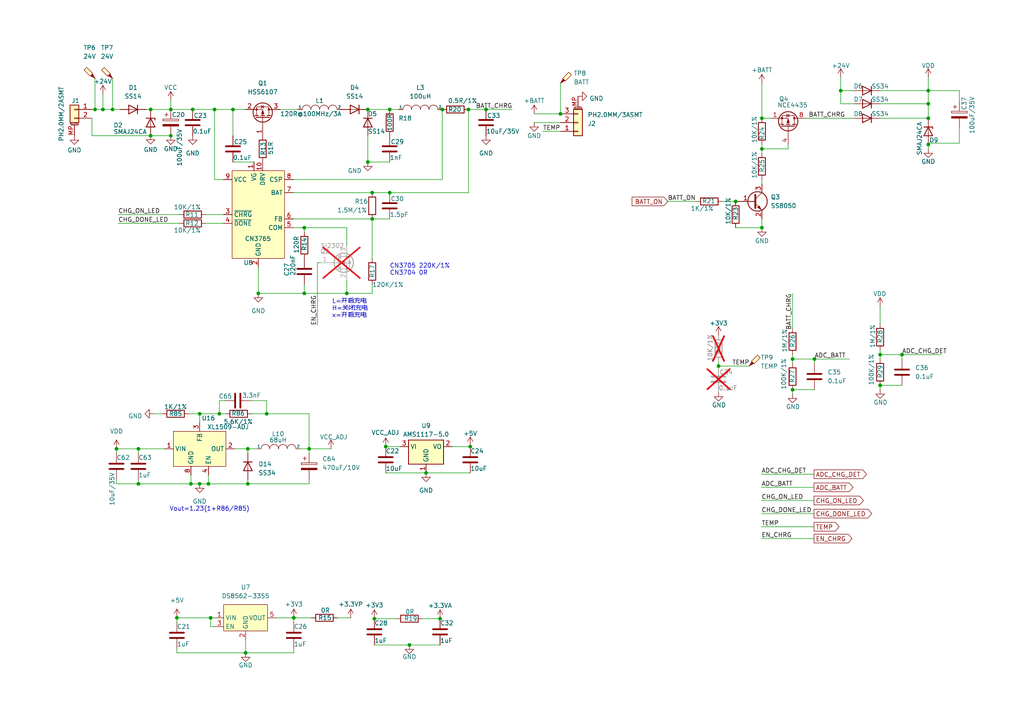
<source format=kicad_sch>
(kicad_sch (version 20231120) (generator "eeschema") (generator_version "8.0")
  (paper "A4")
  (title_block (company "Ovobot"))
  (lib_symbols
    (symbol "Connector:TestPoint_Probe" (pin_numbers hide) (pin_names (offset 0.762) hide)
      (property "Reference" "TP" (at 1.651 5.842 0))
      (property "Value" "TestPoint_Probe" (at 1.651 4.064 0))
      (symbol "TestPoint_Probe_1_1"
        (pin passive line (at 0 0 90) (length 0) (name "1") (number "1"))
      )
    )
    (symbol "Connector_Generic_MountingPin:Conn_01x02_MountingPin" (pin_names (offset 1.016) hide)
      (property "Reference" "J" (at 0 2.54 0))
      (property "Value" "Conn_01x02_MountingPin" (at 1.27 -5.08 0))
      (symbol "Conn_01x02_MountingPin_1_1"
        (text "Mounting" (at 0 -4.191 0) (effects (font (size 0.381 0.381))))
        (pin passive line (at -5.08 0 0) (length 3.81) (name "Pin_1") (number "1"))
        (pin passive line (at -5.08 -2.54 0) (length 3.81) (name "Pin_2") (number "2"))
        (pin passive line (at 0 -7.62 90) (length 3.048) (name "MountPin") (number "MP"))
      )
    )
    (symbol "Connector_Generic_MountingPin:Conn_01x03_MountingPin" (pin_names (offset 1.016) hide)
      (property "Reference" "J" (at 0 5.08 0))
      (property "Value" "Conn_01x03_MountingPin" (at 1.27 -5.08 0))
      (symbol "Conn_01x03_MountingPin_1_1"
        (text "Mounting" (at 0 -4.191 0) (effects (font (size 0.381 0.381))))
        (pin passive line (at -5.08 2.54 0) (length 3.81) (name "Pin_1") (number "1"))
        (pin passive line (at -5.08 0 0) (length 3.81) (name "Pin_2") (number "2"))
        (pin passive line (at -5.08 -2.54 0) (length 3.81) (name "Pin_3") (number "3"))
        (pin passive line (at 0 -7.62 90) (length 3.048) (name "MountPin") (number "MP"))
      )
    )
    (symbol "Device:C" (pin_numbers hide) (pin_names (offset 0.254))
      (property "Reference" "C" (at 0.635 2.54 0))
      (property "Value" "C" (at 0.635 -2.54 0))
      (symbol "C_1_1"
        (pin passive line (at 0 3.81 270) (length 2.794) (name "~") (number "1"))
        (pin passive line (at 0 -3.81 90) (length 2.794) (name "~") (number "2"))
      )
    )
    (symbol "Device:C_Polarized" (pin_numbers hide) (pin_names (offset 0.254))
      (property "Reference" "C" (at 0.635 2.54 0))
      (property "Value" "C_Polarized" (at 0.635 -2.54 0))
      (symbol "C_Polarized_1_1"
        (pin passive line (at 0 3.81 270) (length 2.794) (name "~") (number "1"))
        (pin passive line (at 0 -3.81 90) (length 2.794) (name "~") (number "2"))
      )
    )
    (symbol "Device:D" (pin_numbers hide) (pin_names (offset 1.016) hide)
      (property "Reference" "D" (at 0 2.54 0))
      (property "Value" "D" (at 0 -2.54 0))
      (symbol "D_1_1"
        (pin passive line (at -3.81 0 0) (length 2.54) (name "K") (number "1"))
        (pin passive line (at 3.81 0 180) (length 2.54) (name "A") (number "2"))
      )
    )
    (symbol "Device:D_Zener" (pin_numbers hide) (pin_names (offset 1.016) hide)
      (property "Reference" "D" (at 0 2.54 0))
      (property "Value" "D_Zener" (at 0 -2.54 0))
      (symbol "D_Zener_1_1"
        (pin passive line (at -3.81 0 0) (length 2.54) (name "K") (number "1"))
        (pin passive line (at 3.81 0 180) (length 2.54) (name "A") (number "2"))
      )
    )
    (symbol "Device:Q_NMOS_GSD" (pin_names (offset 0) hide)
      (property "Reference" "Q" (at 5.08 1.27 0))
      (property "Value" "Q_NMOS_GSD" (at 5.08 -1.27 0))
      (symbol "Q_NMOS_GSD_1_1"
        (pin input line (at -5.08 0 0) (length 2.54) (name "G") (number "1"))
        (pin passive line (at 2.54 -5.08 90) (length 2.54) (name "S") (number "2"))
        (pin passive line (at 2.54 5.08 270) (length 2.54) (name "D") (number "3"))
      )
    )
    (symbol "Device:Q_NPN_BEC" (pin_names (offset 0) hide)
      (property "Reference" "Q" (at 5.08 1.27 0))
      (property "Value" "Q_NPN_BEC" (at 5.08 -1.27 0))
      (symbol "Q_NPN_BEC_1_1"
        (pin input line (at -5.08 0 0) (length 5.715) (name "B") (number "1"))
        (pin passive line (at 2.54 -5.08 90) (length 2.54) (name "E") (number "2"))
        (pin passive line (at 2.54 5.08 270) (length 2.54) (name "C") (number "3"))
      )
    )
    (symbol "Device:Q_PMOS_GSD" (pin_names (offset 0) hide)
      (property "Reference" "Q" (at 5.08 1.27 0))
      (property "Value" "Q_PMOS_GSD" (at 5.08 -1.27 0))
      (symbol "Q_PMOS_GSD_1_1"
        (pin input line (at -5.08 0 0) (length 2.54) (name "G") (number "1"))
        (pin passive line (at 2.54 -5.08 90) (length 2.54) (name "S") (number "2"))
        (pin passive line (at 2.54 5.08 270) (length 2.54) (name "D") (number "3"))
      )
    )
    (symbol "Device:R" (pin_numbers hide) (pin_names (offset 0))
      (property "Reference" "R" (at 2.032 0 90))
      (property "Value" "R" (at 0 0 90))
      (symbol "R_1_1"
        (pin passive line (at 0 3.81 270) (length 1.27) (name "~") (number "1"))
        (pin passive line (at 0 -3.81 90) (length 1.27) (name "~") (number "2"))
      )
    )
    (symbol "Ovo_Power_Management:CN3765"
      (property "Reference" "U" (at 6.35 13.97 0))
      (property "Value" "CN3765" (at -7.62 -13.97 0))
      (symbol "CN3765_1_1"
        (pin power_out line (at -1.27 15.24 270) (length 2.54) (name "VG") (number "1"))
        (pin output line (at 1.27 15.24 270) (length 2.54) (name "DRV") (number "10"))
        (pin power_in line (at 0 -15.24 90) (length 2.54) (name "GND") (number "2"))
        (pin output line (at -10.16 0 0) (length 2.54) (name "~{CHRG}") (number "3"))
        (pin output line (at -10.16 -2.54 0) (length 2.54) (name "~{DONE}") (number "4"))
        (pin passive line (at 10.16 -3.81 180) (length 2.54) (name "COM") (number "5"))
        (pin passive line (at 10.16 -1.27 180) (length 2.54) (name "FB") (number "6"))
        (pin input line (at 10.16 6.35 180) (length 2.54) (name "BAT") (number "7"))
        (pin input line (at 10.16 10.16 180) (length 2.54) (name "CSP") (number "8"))
        (pin power_in line (at -10.16 10.16 0) (length 2.54) (name "VCC") (number "9"))
      )
    )
    (symbol "Ovo_Power_Management:RT9013-xx"
      (property "Reference" "U" (at 0 8.89 0))
      (property "Value" "RT9013-xx" (at 1.27 -10.16 0))
      (symbol "RT9013-xx_1_1"
        (pin power_in line (at -8.89 0 0) (length 2.54) (name "VIN") (number "1"))
        (pin power_in line (at 0 -6.35 90) (length 2.54) (name "GND") (number "2"))
        (pin input line (at -8.89 -2.54 0) (length 2.54) (name "EN") (number "3"))
        (pin passive line (at 8.89 -2.54 180) (length 2.54) hide (name "NC") (number "4"))
        (pin power_out line (at 8.89 0 180) (length 2.54) (name "VOUT") (number "5"))
      )
    )
    (symbol "Ovo_Power_Management:XL1509-xxE1"
      (property "Reference" "U" (at -5.08 6.35 0))
      (property "Value" "XL1509-xxE1" (at 7.62 6.35 0))
      (symbol "XL1509-xxE1_1_1"
        (pin power_in line (at -10.16 0 0) (length 2.54) (name "VIN") (number "1"))
        (pin power_out line (at 10.16 0 180) (length 2.54) (name "OUT") (number "2"))
        (pin input line (at 0 7.62 270) (length 2.54) (name "FB") (number "3"))
        (pin input line (at 2.54 -7.62 90) (length 2.54) (name "EN") (number "4"))
        (pin power_in line (at -2.54 -7.62 90) (length 2.54) hide (name "GND") (number "5"))
        (pin power_in line (at -2.54 -7.62 90) (length 2.54) hide (name "GND") (number "6"))
        (pin power_in line (at -2.54 -7.62 90) (length 2.54) hide (name "GND") (number "7"))
        (pin power_in line (at -2.54 -7.62 90) (length 2.54) (name "GND") (number "8"))
      )
    )
    (symbol "Regulator_Linear:AMS1117-5.0"
      (property "Reference" "U" (at -3.81 3.175 0))
      (property "Value" "AMS1117-5.0" (at 0 3.175 0))
      (symbol "AMS1117-5.0_1_1"
        (pin power_in line (at 0 -7.62 90) (length 2.54) (name "GND") (number "1"))
        (pin power_out line (at 7.62 0 180) (length 2.54) (name "VO") (number "2"))
        (pin power_in line (at -7.62 0 0) (length 2.54) (name "VI") (number "3"))
      )
    )
    (symbol "Transistor_FET:FDS9435A" (pin_names hide)
      (property "Reference" "Q" (at 5.08 1.905 0))
      (property "Value" "FDS9435A" (at 5.08 0 0))
      (symbol "FDS9435A_1_1"
        (pin passive line (at 2.54 -5.08 90) (length 2.54) (name "S") (number "1"))
        (pin passive line (at 2.54 -5.08 90) (length 2.54) hide (name "S") (number "2"))
        (pin passive line (at 2.54 -5.08 90) (length 2.54) hide (name "S") (number "3"))
        (pin passive line (at -5.08 0 0) (length 2.54) (name "G") (number "4"))
        (pin passive line (at 2.54 5.08 270) (length 2.54) hide (name "D") (number "5"))
        (pin passive line (at 2.54 5.08 270) (length 2.54) hide (name "D") (number "6"))
        (pin passive line (at 2.54 5.08 270) (length 2.54) hide (name "D") (number "7"))
        (pin passive line (at 2.54 5.08 270) (length 2.54) (name "D") (number "8"))
      )
    )
    (symbol "power:+24V" (power) (pin_names (offset 0))
      (property "Value" "+24V" (at 0 3.556 0))
      (symbol "+24V_1_1"
        (pin power_in line (at 0 0 90) (length 0) hide (name "+24V") (number "1"))
      )
    )
    (symbol "power:+3.3VA" (power) (pin_names (offset 0))
      (property "Value" "+3.3VA" (at 0 3.556 0))
      (symbol "+3.3VA_1_1"
        (pin power_in line (at 0 0 90) (length 0) hide (name "+3.3VA") (number "1"))
      )
    )
    (symbol "power:+3.3VP" (power) (pin_names (offset 0))
      (property "Value" "+3.3VP" (at 0 2.54 0))
      (symbol "+3.3VP_0_0"
        (pin power_in line (at 0 0 90) (length 0) hide (name "+3.3VP") (number "1"))
      )
    )
    (symbol "power:+3V3" (power) (pin_names (offset 0))
      (property "Value" "+3V3" (at 0 3.556 0))
      (symbol "+3V3_1_1"
        (pin power_in line (at 0 0 90) (length 0) hide (name "+3V3") (number "1"))
      )
    )
    (symbol "power:+5V" (power) (pin_names (offset 0))
      (property "Value" "+5V" (at 0 3.556 0))
      (symbol "+5V_1_1"
        (pin power_in line (at 0 0 90) (length 0) hide (name "+5V") (number "1"))
      )
    )
    (symbol "power:+6V" (power) (pin_names (offset 0))
      (property "Value" "+6V" (at 0 3.556 0))
      (symbol "+6V_1_1"
        (pin power_in line (at 0 0 90) (length 0) hide (name "+6V") (number "1"))
      )
    )
    (symbol "power:+BATT" (power) (pin_names (offset 0))
      (property "Value" "+BATT" (at 0 3.556 0))
      (symbol "+BATT_1_1"
        (pin power_in line (at 0 0 90) (length 0) hide (name "+BATT") (number "1"))
      )
    )
    (symbol "power:GND" (power) (pin_names (offset 0))
      (property "Value" "GND" (at 0 -3.81 0))
      (symbol "GND_1_1"
        (pin power_in line (at 0 0 270) (length 0) hide (name "GND") (number "1"))
      )
    )
    (symbol "power:VCC" (power) (pin_names (offset 0))
      (property "Value" "VCC" (at 0 3.81 0))
      (symbol "VCC_1_1"
        (pin power_in line (at 0 0 90) (length 0) hide (name "VCC") (number "1"))
      )
    )
    (symbol "power:VDD" (power) (pin_names (offset 0))
      (property "Value" "VDD" (at 0 3.81 0))
      (symbol "VDD_1_1"
        (pin power_in line (at 0 0 90) (length 0) hide (name "VDD") (number "1"))
      )
    )
    (symbol "pspice:INDUCTOR" (pin_numbers hide) (pin_names (offset 0))
      (property "Reference" "L" (at 0 2.54 0))
      (property "Value" "INDUCTOR" (at 0 -1.27 0))
      (symbol "INDUCTOR_1_1"
        (pin input line (at -6.35 0 0) (length 1.27) (name "1") (number "1"))
        (pin input line (at 6.35 0 180) (length 1.27) (name "2") (number "2"))
      )
    )
  )
  (junction (at 136.398 129.54))
  (junction (at 107.95 63.5))
  (junction (at 61.087 179.197))
  (junction (at 113.03 31.75))
  (junction (at 89.662 130.175))
  (junction (at 27.559 31.75))
  (junction (at 118.745 187.071))
  (junction (at 49.53 31.75))
  (junction (at 229.87 104.14))
  (junction (at 113.03 55.88))
  (junction (at 60.452 140.335))
  (junction (at 40.132 140.335))
  (junction (at 71.247 189.357))
  (junction (at 67.564 31.75))
  (junction (at 62.23 31.75))
  (junction (at 162.56 33.02))
  (junction (at 108.585 179.451))
  (junction (at 33.782 130.175))
  (junction (at 32.639 31.75))
  (junction (at 51.308 179.197))
  (junction (at 100.584 85.09))
  (junction (at 127.635 179.451))
  (junction (at 269.24 41.91))
  (junction (at 269.24 26.289))
  (junction (at 71.882 140.335))
  (junction (at 220.98 66.04))
  (junction (at 85.217 179.197))
  (junction (at 74.93 85.09))
  (junction (at 269.24 34.29))
  (junction (at 140.97 31.75))
  (junction (at 111.887 129.54))
  (junction (at 107.95 55.88))
  (junction (at 229.87 113.03))
  (junction (at 43.688 39.37))
  (junction (at 88.265 85.09))
  (junction (at 29.845 31.75))
  (junction (at 255.27 102.87))
  (junction (at 40.132 130.175))
  (junction (at 269.24 30.099))
  (junction (at 128.27 31.75))
  (junction (at 106.68 46.99))
  (junction (at 88.265 66.04))
  (junction (at 261.62 102.87))
  (junction (at 208.407 106.172))
  (junction (at 236.22 104.14))
  (junction (at 220.98 43.18))
  (junction (at 43.688 31.75))
  (junction (at 106.68 31.75))
  (junction (at 49.53 39.37))
  (junction (at 55.88 31.75))
  (junction (at 255.27 111.76))
  (junction (at 213.36 58.42))
  (junction (at 55.372 140.335))
  (junction (at 71.882 130.175))
  (junction (at 57.912 140.335))
  (junction (at 220.98 34.29))
  (junction (at 57.912 120.015))
  (junction (at 63.627 120.015))
  (junction (at 135.89 31.75))
  (junction (at 123.571 137.16))
  (junction (at 243.84 26.289))
  (junction (at 77.343 120.015))
  (wire (pts (xy 261.62 104.14) (xy 261.62 102.87)))
  (wire (pts (xy 72.771 116.205) (xy 77.343 116.205)))
  (wire (pts (xy 33.782 140.335) (xy 33.782 139.065)))
  (wire (pts (xy 88.265 67.31) (xy 88.265 66.04)))
  (wire (pts (xy 85.09 66.04) (xy 88.265 66.04)))
  (wire (pts (xy 233.68 34.29) (xy 247.65 34.29)))
  (wire (pts (xy 63.627 120.015) (xy 65.405 120.015)))
  (wire (pts (xy 255.27 26.289) (xy 269.24 26.289)))
  (wire (pts (xy 106.68 46.99) (xy 106.68 39.37)))
  (wire (pts (xy 71.882 140.335) (xy 89.662 140.335)))
  (wire (pts (xy 40.132 140.335) (xy 55.372 140.335)))
  (wire (pts (xy 107.95 55.88) (xy 113.03 55.88)))
  (wire (pts (xy 97.917 179.197) (xy 101.727 179.197)))
  (wire (pts (xy 255.27 111.76) (xy 261.62 111.76)))
  (wire (pts (xy 269.24 41.529) (xy 278.257 41.529)))
  (wire (pts (xy 113.03 55.88) (xy 135.89 55.88)))
  (wire (pts (xy 255.27 113.03) (xy 255.27 111.76)))
  (wire (pts (xy 220.853 156.21) (xy 236.093 156.21)))
  (wire (pts (xy 113.03 31.75) (xy 106.68 31.75)))
  (wire (pts (xy 89.662 120.015) (xy 89.662 130.175)))
  (wire (pts (xy 73.025 120.015) (xy 77.343 120.015)))
  (wire (pts (xy 54.737 120.015) (xy 57.912 120.015)))
  (wire (pts (xy 278.257 26.289) (xy 278.257 29.464)))
  (wire (pts (xy 193.675 58.42) (xy 201.93 58.42)))
  (wire (pts (xy 57.912 122.555) (xy 57.912 120.015)))
  (wire (pts (xy 255.27 102.87) (xy 261.62 102.87)))
  (wire (pts (xy 80.137 179.197) (xy 85.217 179.197)))
  (wire (pts (xy 236.22 104.14) (xy 246.38 104.14)))
  (wire (pts (xy 85.09 63.5) (xy 107.95 63.5)))
  (wire (pts (xy 154.94 35.56) (xy 162.56 35.56)))
  (wire (pts (xy 220.853 148.971) (xy 236.093 148.971)))
  (wire (pts (xy 209.55 58.42) (xy 213.36 58.42)))
  (wire (pts (xy 220.98 44.45) (xy 220.98 43.18)))
  (wire (pts (xy 123.571 137.16) (xy 136.398 137.16)))
  (wire (pts (xy 269.24 26.289) (xy 269.24 22.479)))
  (wire (pts (xy 229.87 114.3) (xy 229.87 113.03)))
  (wire (pts (xy 213.36 66.04) (xy 220.98 66.04)))
  (wire (pts (xy 71.247 189.357) (xy 85.217 189.357)))
  (wire (pts (xy 60.452 137.795) (xy 60.452 140.335)))
  (wire (pts (xy 107.95 63.5) (xy 113.03 63.5)))
  (wire (pts (xy 77.343 120.015) (xy 89.662 120.015)))
  (wire (pts (xy 40.132 140.335) (xy 40.132 139.065)))
  (wire (pts (xy 108.585 187.071) (xy 118.745 187.071)))
  (wire (pts (xy 57.912 140.335) (xy 60.452 140.335)))
  (wire (pts (xy 51.308 188.087) (xy 51.308 189.357)))
  (wire (pts (xy 71.882 140.335) (xy 71.882 139.065)))
  (wire (pts (xy 27.559 31.75) (xy 29.845 31.75)))
  (wire (pts (xy 74.422 130.175) (xy 71.882 130.175)))
  (wire (pts (xy 51.308 180.467) (xy 51.308 179.197)))
  (wire (pts (xy 89.662 140.335) (xy 89.662 139.065)))
  (wire (pts (xy 108.585 179.451) (xy 114.935 179.451)))
  (wire (pts (xy 220.98 43.18) (xy 228.6 43.18)))
  (wire (pts (xy 208.407 106.172) (xy 208.407 104.902)))
  (wire (pts (xy 243.84 22.479) (xy 243.84 26.289)))
  (wire (pts (xy 243.84 30.099) (xy 247.65 30.099)))
  (wire (pts (xy 74.93 85.09) (xy 88.265 85.09)))
  (wire (pts (xy 96.012 130.175) (xy 89.662 130.175)))
  (wire (pts (xy 42.418 31.75) (xy 43.688 31.75)))
  (wire (pts (xy 89.662 130.175) (xy 87.122 130.175)))
  (wire (pts (xy 278.257 37.084) (xy 278.257 41.529)))
  (wire (pts (xy 40.132 130.175) (xy 40.132 131.445)))
  (wire (pts (xy 135.89 55.88) (xy 135.89 31.75)))
  (wire (pts (xy 62.23 31.75) (xy 67.564 31.75)))
  (wire (pts (xy 85.09 52.07) (xy 128.27 52.07)))
  (wire (pts (xy 49.53 29.083) (xy 49.53 31.75)))
  (wire (pts (xy 100.584 85.09) (xy 107.95 85.09)))
  (wire (pts (xy 229.87 102.87) (xy 229.87 104.14)))
  (wire (pts (xy 26.67 31.75) (xy 27.559 31.75)))
  (wire (pts (xy 236.22 105.41) (xy 236.22 104.14)))
  (wire (pts (xy 88.265 85.09) (xy 88.265 82.55)))
  (wire (pts (xy 34.29 62.23) (xy 52.07 62.23)))
  (wire (pts (xy 26.67 34.29) (xy 26.67 39.37)))
  (wire (pts (xy 33.782 130.175) (xy 40.132 130.175)))
  (wire (pts (xy 100.584 66.04) (xy 100.584 71.12)))
  (wire (pts (xy 220.98 66.04) (xy 220.98 63.5)))
  (wire (pts (xy 85.09 55.88) (xy 107.95 55.88)))
  (wire (pts (xy 77.343 116.205) (xy 77.343 120.015)))
  (wire (pts (xy 92.075 76.2) (xy 92.075 94.361)))
  (wire (pts (xy 220.853 152.781) (xy 236.093 152.781)))
  (wire (pts (xy 85.217 179.197) (xy 90.297 179.197)))
  (wire (pts (xy 49.53 31.75) (xy 55.88 31.75)))
  (wire (pts (xy 162.56 24.13) (xy 162.56 33.02)))
  (wire (pts (xy 255.27 34.29) (xy 269.24 34.29)))
  (wire (pts (xy 60.452 140.335) (xy 71.882 140.335)))
  (wire (pts (xy 229.87 85.09) (xy 229.87 95.25)))
  (wire (pts (xy 34.29 64.77) (xy 52.07 64.77)))
  (wire (pts (xy 243.84 26.289) (xy 247.65 26.289)))
  (wire (pts (xy 32.639 31.75) (xy 34.798 31.75)))
  (wire (pts (xy 62.23 31.75) (xy 62.23 52.07)))
  (wire (pts (xy 115.57 31.75) (xy 113.03 31.75)))
  (wire (pts (xy 261.62 102.87) (xy 273.05 102.87)))
  (wire (pts (xy 220.853 145.161) (xy 236.093 145.161)))
  (wire (pts (xy 220.98 24.13) (xy 220.98 34.29)))
  (wire (pts (xy 255.27 88.9) (xy 255.27 93.98)))
  (wire (pts (xy 29.845 27.305) (xy 29.845 31.75)))
  (wire (pts (xy 255.27 102.87) (xy 255.27 104.14)))
  (wire (pts (xy 111.887 137.16) (xy 123.571 137.16)))
  (wire (pts (xy 57.912 120.015) (xy 63.627 120.015)))
  (wire (pts (xy 220.98 34.29) (xy 223.52 34.29)))
  (wire (pts (xy 44.577 120.015) (xy 47.117 120.015)))
  (wire (pts (xy 59.69 64.77) (xy 64.77 64.77)))
  (wire (pts (xy 243.84 26.289) (xy 243.84 30.099)))
  (wire (pts (xy 122.555 179.451) (xy 127.635 179.451)))
  (wire (pts (xy 85.217 189.357) (xy 85.217 188.087)))
  (wire (pts (xy 111.887 129.54) (xy 115.951 129.54)))
  (wire (pts (xy 100.584 81.28) (xy 100.584 85.09)))
  (wire (pts (xy 128.27 52.07) (xy 128.27 31.75)))
  (wire (pts (xy 107.95 82.55) (xy 107.95 85.09)))
  (wire (pts (xy 55.88 31.75) (xy 62.23 31.75)))
  (wire (pts (xy 106.68 46.99) (xy 113.03 46.99)))
  (wire (pts (xy 55.372 137.795) (xy 55.372 140.335)))
  (wire (pts (xy 26.67 39.37) (xy 43.688 39.37)))
  (wire (pts (xy 228.6 43.18) (xy 228.6 41.91)))
  (wire (pts (xy 61.087 179.197) (xy 62.357 179.197)))
  (wire (pts (xy 255.27 30.099) (xy 269.24 30.099)))
  (wire (pts (xy 59.69 62.23) (xy 64.77 62.23)))
  (wire (pts (xy 43.688 39.37) (xy 49.53 39.37)))
  (wire (pts (xy 33.782 131.445) (xy 33.782 130.175)))
  (wire (pts (xy 92.964 76.2) (xy 92.075 76.2)))
  (wire (pts (xy 220.853 137.541) (xy 236.093 137.541)))
  (wire (pts (xy 269.24 30.099) (xy 269.24 26.289)))
  (wire (pts (xy 51.308 189.357) (xy 71.247 189.357)))
  (wire (pts (xy 88.265 66.04) (xy 100.584 66.04)))
  (wire (pts (xy 269.24 26.289) (xy 278.257 26.289)))
  (wire (pts (xy 65.151 116.205) (xy 63.627 116.205)))
  (wire (pts (xy 43.688 39.37) (xy 43.688 39.243)))
  (wire (pts (xy 43.688 31.75) (xy 49.53 31.75)))
  (wire (pts (xy 220.98 52.07) (xy 220.98 53.34)))
  (wire (pts (xy 81.28 31.75) (xy 86.36 31.75)))
  (wire (pts (xy 71.882 131.445) (xy 71.882 130.175)))
  (wire (pts (xy 269.24 43.18) (xy 269.24 41.91)))
  (wire (pts (xy 51.308 179.197) (xy 61.087 179.197)))
  (wire (pts (xy 154.94 33.02) (xy 162.56 33.02)))
  (wire (pts (xy 162.56 38.1) (xy 157.48 38.1)))
  (wire (pts (xy 255.27 101.6) (xy 255.27 102.87)))
  (wire (pts (xy 229.87 104.14) (xy 229.87 105.41)))
  (wire (pts (xy 55.372 140.335) (xy 57.912 140.335)))
  (wire (pts (xy 229.87 104.14) (xy 236.22 104.14)))
  (wire (pts (xy 40.132 130.175) (xy 47.752 130.175)))
  (wire (pts (xy 269.24 30.099) (xy 269.24 34.29)))
  (wire (pts (xy 136.398 129.286) (xy 136.398 129.54)))
  (wire (pts (xy 85.217 179.197) (xy 85.217 180.467)))
  (wire (pts (xy 220.98 41.91) (xy 220.98 43.18)))
  (wire (pts (xy 71.247 185.547) (xy 71.247 189.357)))
  (wire (pts (xy 118.745 187.071) (xy 127.635 187.071)))
  (wire (pts (xy 67.564 39.37) (xy 67.564 31.75)))
  (wire (pts (xy 68.072 130.175) (xy 71.882 130.175)))
  (wire (pts (xy 89.662 131.445) (xy 89.662 130.175)))
  (wire (pts (xy 208.407 106.172) (xy 217.297 106.172)))
  (wire (pts (xy 74.93 85.09) (xy 74.93 77.47)))
  (wire (pts (xy 64.77 52.07) (xy 62.23 52.07)))
  (wire (pts (xy 67.564 31.75) (xy 71.12 31.75)))
  (wire (pts (xy 61.087 181.737) (xy 61.087 179.197)))
  (wire (pts (xy 32.639 22.733) (xy 32.639 31.75)))
  (wire (pts (xy 27.559 22.733) (xy 27.559 31.75)))
  (wire (pts (xy 62.357 181.737) (xy 61.087 181.737)))
  (wire (pts (xy 29.845 31.75) (xy 32.639 31.75)))
  (wire (pts (xy 88.265 85.09) (xy 100.584 85.09)))
  (wire (pts (xy 63.627 116.205) (xy 63.627 120.015)))
  (wire (pts (xy 220.853 141.351) (xy 236.093 141.351)))
  (wire (pts (xy 135.89 31.75) (xy 140.97 31.75)))
  (wire (pts (xy 107.95 63.5) (xy 107.95 74.93)))
  (wire (pts (xy 229.87 113.03) (xy 236.22 113.03)))
  (wire (pts (xy 269.24 41.91) (xy 269.24 41.529)))
  (wire (pts (xy 136.398 129.54) (xy 131.191 129.54)))
  (wire (pts (xy 140.97 31.75) (xy 148.59 31.75)))
  (wire (pts (xy 67.564 46.99) (xy 73.66 46.99)))
  (wire (pts (xy 33.782 140.335) (xy 40.132 140.335)))
  (text "CN3705 220K/1%\nCN3704 0R\n" (at 113.03 80.01 0) (effects (font (size 1.27 1.27)) (justify left bottom)))
  (text "Vout=1.23(1+R86/R85)" (at 49.149 148.463 0) (effects (font (size 1.27 1.27)) (justify left bottom)))
  (text "L=开启充电\nH=关闭充电\nx=开启充电" (at 96.266 92.329 0) (effects (font (size 1.27 1.27)) (justify left bottom)))
  (label "TEMP" (at 212.344 106.172 0))
  (label "ADC_BATT" (at 236.22 104.14 0))
  (label "CHG_DONE_LED" (at 34.29 64.77 0))
  (label "BATT_ON" (at 193.675 58.42 0))
  (label "EN_CHRG" (at 92.075 94.361 90))
  (label "CHG_ON_LED" (at 220.853 145.161 0))
  (label "TEMP" (at 220.853 152.781 0))
  (label "TEMP" (at 157.48 38.1 0))
  (label "CHG_DONE_LED" (at 220.853 148.971 0))
  (label "BATT_CHRG" (at 245.11 34.29 180))
  (label "ADC_CHG_DET" (at 261.62 102.87 0))
  (label "ADC_CHG_DET" (at 220.853 137.541 0))
  (label "CHG_ON_LED" (at 34.29 62.23 0))
  (label "EN_CHRG" (at 220.853 156.21 0))
  (label "BATT_CHRG" (at 229.87 85.09 270))
  (label "ADC_BATT" (at 220.853 141.351 0))
  (label "BATT_CHRG" (at 148.59 31.75 180))
  (global_label "BATT_ON" (shape input) (at 193.675 58.42 180) (property "Intersheetrefs" "${INTERSHEET_REFS}" (effects (hide yes))))
  (global_label "TEMP" (shape output) (at 236.093 152.781 0) (property "Intersheetrefs" "${INTERSHEET_REFS}" (effects (hide yes))))
  (global_label "ADC_CHG_DET" (shape output) (at 236.093 137.541 0) (property "Intersheetrefs" "${INTERSHEET_REFS}" (effects (hide yes))))
  (global_label "ADC_BATT" (shape output) (at 236.093 141.351 0) (property "Intersheetrefs" "${INTERSHEET_REFS}" (effects (hide yes))))
  (global_label "CHG_ON_LED" (shape output) (at 236.093 145.161 0) (property "Intersheetrefs" "${INTERSHEET_REFS}" (effects (hide yes))))
  (global_label "EN_CHRG" (shape output) (at 236.093 156.21 0) (property "Intersheetrefs" "${INTERSHEET_REFS}" (effects (hide yes))))
  (global_label "CHG_DONE_LED" (shape output) (at 236.093 148.971 0) (property "Intersheetrefs" "${INTERSHEET_REFS}" (effects (hide yes))))
  (symbol (lib_id "Device:C") (at 67.564 43.18 0) (unit 1)
    (property "Reference" "C25" (at 67.818 41.148 0) (effects (justify left)))
    (property "Value" "0.1uF" (at 67.564 45.72 0) (effects (justify left)))
    (property "Footprint" "Capacitor_SMD:C_0603_1608Metric" (effects (hide yes)))
  )
  (symbol (lib_id "power:GND") (at 220.98 66.04 0) (unit 1)
    (property "Reference" "#PWR059" (effects (hide yes)))
    (property "Value" "GND" (at 220.98 69.85 0))
  )
  (symbol (lib_id "Device:C") (at 88.265 78.74 0) (unit 1)
    (property "Reference" "C27" (at 83.185 80.137 90) (effects (justify left)))
    (property "Value" "220nF" (at 84.963 80.01 90) (effects (justify left)))
    (property "Footprint" "Capacitor_SMD:C_0603_1608Metric" (effects (hide yes)))
  )
  (symbol (lib_id "Device:C") (at 111.887 133.35 0) (unit 1)
    (property "Reference" "C22" (at 111.887 130.81 0) (effects (justify left)))
    (property "Value" "10uF" (at 111.887 135.89 0) (effects (justify left)))
    (property "Footprint" "Capacitor_SMD:C_0603_1608Metric" (effects (hide yes)))
  )
  (symbol (lib_id "Device:C") (at 113.03 43.18 0) (unit 1)
    (property "Reference" "C29" (at 113.284 41.148 0) (effects (justify left)))
    (property "Value" "1nF" (at 113.03 45.72 0) (effects (justify left)))
    (property "Footprint" "Capacitor_SMD:C_0603_1608Metric" (effects (hide yes)))
  )
  (symbol (lib_id "Device:D") (at 251.46 30.099 180) (unit 1)
    (property "Reference" "D7" (at 248.92 28.829 0))
    (property "Value" "SS34" (at 255.27 28.829 0))
    (property "Footprint" "Diode_SMD:D_SMA" (effects (hide yes)))
  )
  (symbol (lib_id "Connector_Generic_MountingPin:Conn_01x02_MountingPin") (at 21.59 31.75 0) (mirror y) (unit 1)
    (property "Reference" "J1" (at 23.114 29.21 0) (effects (justify left)))
    (property "Value" "PH2.0MM/2ASMT" (at 17.78 41.021 90) (effects (justify left)))
    (property "Footprint" "Ovo_Connector_JST:JST_PH_B2B-PH-SM4-TB_1x02-1MP_P2.00mm_Vertical" (effects (hide yes)))
  )
  (symbol (lib_id "Regulator_Linear:AMS1117-5.0") (at 123.571 129.54 0) (unit 1)
    (property "Reference" "U9" (at 123.571 123.444 0))
    (property "Value" "AMS1117-5.0" (at 123.571 125.984 0))
    (property "Footprint" "Package_TO_SOT_SMD:SOT-223-3_TabPin2" (effects (hide yes)))
    (property "Datasheet" "http://www.advanced-monolithic.com/pdf/ds1117.pdf" (effects (hide yes)))
  )
  (symbol (lib_id "Device:C") (at 85.217 184.277 0) (unit 1)
    (property "Reference" "C26" (at 85.217 181.737 0) (effects (justify left)))
    (property "Value" "1uF" (at 85.217 186.817 0) (effects (justify left)))
    (property "Footprint" "Capacitor_SMD:C_0603_1608Metric" (effects (hide yes)))
  )
  (symbol (lib_id "Device:C") (at 127.635 183.261 0) (unit 1)
    (property "Reference" "C32" (at 127.635 180.721 0) (effects (justify left)))
    (property "Value" "1uF" (at 127.635 185.801 0) (effects (justify left)))
    (property "Footprint" "Capacitor_SMD:C_0603_1608Metric" (effects (hide yes)))
  )
  (symbol (lib_id "power:+BATT") (at 154.94 33.02 0) (unit 1)
    (property "Reference" "#PWR053" (effects (hide yes)))
    (property "Value" "+BATT" (at 154.94 29.21 0))
  )
  (symbol (lib_id "Device:R") (at 205.74 58.42 270) (unit 1)
    (property "Reference" "R21" (at 207.518 58.293 90) (effects (justify right)))
    (property "Value" "1K/1%" (at 207.01 60.452 90) (effects (justify right)))
    (property "Footprint" "Resistor_SMD:R_0603_1608Metric" (effects (hide yes)))
  )
  (symbol (lib_id "Device:R") (at 88.265 71.12 0) (unit 1)
    (property "Reference" "R14" (at 88.265 72.771 90) (effects (justify left)))
    (property "Value" "120R" (at 85.979 73.533 90) (effects (justify left)))
    (property "Footprint" "Resistor_SMD:R_0603_1608Metric" (effects (hide yes)))
  )
  (symbol (lib_id "Device:C") (at 236.22 109.22 0) (unit 1)
    (property "Reference" "C35" (at 240.03 107.9499 0) (effects (justify left)))
    (property "Value" "0.1uF" (at 240.03 110.4899 0) (effects (justify left)))
    (property "Footprint" "Capacitor_SMD:C_0603_1608Metric" (effects (hide yes)))
  )
  (symbol (lib_id "Device:D") (at 251.46 34.29 180) (unit 1)
    (property "Reference" "D8" (at 248.92 33.02 0))
    (property "Value" "SS34" (at 255.27 33.02 0))
    (property "Footprint" "Diode_SMD:D_SMA" (effects (hide yes)))
  )
  (symbol (lib_id "Connector:TestPoint_Probe") (at 27.559 22.733 90) (unit 1)
    (property "Reference" "TP6" (at 25.9715 13.843 90))
    (property "Value" "24V" (at 25.9715 16.383 90))
    (property "Footprint" "TestPoint:TestPoint_Pad_D1.0mm" (effects (hide yes)))
  )
  (symbol (lib_id "power:GND") (at 269.24 43.18 0) (unit 1)
    (property "Reference" "#PWR066" (effects (hide yes)))
    (property "Value" "GND" (at 269.24 46.863 0))
  )
  (symbol (lib_id "Connector:TestPoint_Probe") (at 32.639 22.733 90) (unit 1)
    (property "Reference" "TP7" (at 31.0515 13.843 90))
    (property "Value" "24V" (at 31.0515 16.383 90))
    (property "Footprint" "TestPoint:TestPoint_Pad_D1.0mm" (effects (hide yes)))
  )
  (symbol (lib_id "power:GND") (at 167.64 27.94 90) (unit 1)
    (property "Reference" "#PWR055" (effects (hide yes)))
    (property "Value" "GND" (at 170.942 28.575 90) (effects (justify right)))
  )
  (symbol (lib_id "Device:R") (at 255.27 107.95 0) (unit 1)
    (property "Reference" "R29" (at 255.27 109.728 90) (effects (justify left)))
    (property "Value" "100K/1%" (at 252.73 111.76 90) (effects (justify left)))
    (property "Footprint" "Resistor_SMD:R_0603_1608Metric" (effects (hide yes)))
  )
  (symbol (lib_id "power:GND") (at 118.745 187.071 0) (unit 1)
    (property "Reference" "#PWR049" (effects (hide yes)))
    (property "Value" "GND" (at 118.745 190.5 0))
  )
  (symbol (lib_id "Device:R") (at 94.107 179.197 90) (unit 1)
    (property "Reference" "R15" (at 94.234 179.197 90))
    (property "Value" "0R" (at 94.361 177.038 90))
    (property "Footprint" "Resistor_SMD:R_0603_1608Metric" (effects (hide yes)))
  )
  (symbol (lib_id "power:GND") (at 208.407 113.792 0) (unit 1)
    (property "Reference" "#PWR057" (effects (hide yes)))
    (property "Value" "GND" (at 208.534 117.475 0))
  )
  (symbol (lib_id "Device:C") (at 108.585 183.261 0) (unit 1)
    (property "Reference" "C28" (at 108.585 180.721 0) (effects (justify left)))
    (property "Value" "1uF" (at 108.585 185.801 0) (effects (justify left)))
    (property "Footprint" "Capacitor_SMD:C_0603_1608Metric" (effects (hide yes)))
  )
  (symbol (lib_id "Device:D") (at 106.68 35.56 270) (unit 1)
    (property "Reference" "D5" (at 106.68 33.02 90) (effects (justify left)))
    (property "Value" "SS14" (at 106.68 38.1 90) (effects (justify left)))
    (property "Footprint" "Diode_SMD:D_SOD-123" (effects (hide yes)))
  )
  (symbol (lib_id "Device:R") (at 213.36 62.23 180) (unit 1)
    (property "Reference" "R23" (at 213.36 63.881 90) (effects (justify right)))
    (property "Value" "10K/1%" (at 211.201 65.151 90) (effects (justify right)))
    (property "Footprint" "Resistor_SMD:R_0603_1608Metric" (effects (hide yes)))
  )
  (symbol (lib_id "power:GND") (at 43.688 39.243 0) (unit 1)
    (property "Reference" "#PWR036" (effects (hide yes)))
    (property "Value" "GND" (at 43.688 43.434 0))
  )
  (symbol (lib_id "power:VDD") (at 269.24 22.479 0) (unit 1)
    (property "Reference" "#PWR065" (effects (hide yes)))
    (property "Value" "VDD" (at 269.24 19.05 0))
  )
  (symbol (lib_id "Device:R") (at 50.927 120.015 90) (unit 1)
    (property "Reference" "R85" (at 50.927 120.015 90))
    (property "Value" "1K/1%" (at 50.927 117.983 90))
    (property "Footprint" "Resistor_SMD:R_0603_1608Metric" (effects (hide yes)))
  )
  (symbol (lib_id "power:GND") (at 154.94 35.56 0) (unit 1)
    (property "Reference" "#PWR054" (effects (hide yes)))
    (property "Value" "GND" (at 154.94 39.37 0))
  )
  (symbol (lib_id "Connector:TestPoint_Probe") (at 217.297 106.172 0) (unit 1)
    (property "Reference" "TP9" (at 220.599 103.6954 0) (effects (justify left)))
    (property "Value" "TEMP" (at 220.599 106.2354 0) (effects (justify left)))
    (property "Footprint" "TestPoint:TestPoint_Pad_D1.0mm" (effects (hide yes)))
  )
  (symbol (lib_id "power:GND") (at 44.577 120.015 270) (unit 1)
    (property "Reference" "#PWR0141" (effects (hide yes)))
    (property "Value" "GND" (at 41.275 120.65 90) (effects (justify right)))
  )
  (symbol (lib_id "Connector_Generic_MountingPin:Conn_01x03_MountingPin") (at 167.64 35.56 0) (mirror x) (unit 1)
    (property "Reference" "J2" (at 170.434 35.8394 0) (effects (justify left)))
    (property "Value" "PH2.0MM/3ASMT" (at 170.434 33.2994 0) (effects (justify left)))
    (property "Footprint" "Ovo_Connector_JST:JST_PH_B3B-PH-SM4-TB_1x03-1MP_P2.00mm_Vertical" (effects (hide yes)))
  )
  (symbol (lib_id "power:+5V") (at 136.398 129.286 0) (unit 1)
    (property "Reference" "#PWR050" (effects (hide yes)))
    (property "Value" "+5V" (at 136.398 125.73 0))
  )
  (symbol (lib_id "power:+3.3VA") (at 127.635 179.451 0) (unit 1)
    (property "Reference" "#PWR051" (effects (hide yes)))
    (property "Value" "+3.3VA" (at 127.635 175.641 0))
  )
  (symbol (lib_id "power:GND") (at 123.571 137.16 0) (unit 1)
    (property "Reference" "#PWR044" (effects (hide yes)))
    (property "Value" "GND" (at 123.571 142.24 0))
  )
  (symbol (lib_id "Device:R") (at 255.27 97.79 0) (unit 1)
    (property "Reference" "R28" (at 255.27 99.568 90) (effects (justify left)))
    (property "Value" "1M/1%" (at 253.111 100.965 90) (effects (justify left)))
    (property "Footprint" "Resistor_SMD:R_0603_1608Metric" (effects (hide yes)))
  )
  (symbol (lib_id "Device:C_Polarized") (at 89.662 135.255 0) (unit 1)
    (property "Reference" "C64" (at 93.472 133.0959 0) (effects (justify left)))
    (property "Value" "470uF/10V" (at 93.472 135.6359 0) (effects (justify left)))
    (property "Footprint" "Capacitor_SMD:CP_Elec_6.3x7.7" (effects (hide yes)))
  )
  (symbol (lib_id "Device:C_Polarized") (at 278.257 33.274 0) (unit 1)
    (property "Reference" "C37" (at 279.654 32.004 90) (effects (justify left)))
    (property "Value" "100uF/35V" (at 281.94 38.862 90) (effects (justify left)))
    (property "Footprint" "Capacitor_SMD:CP_Elec_6.3x7.7" (effects (hide yes)))
  )
  (symbol (lib_id "Device:C") (at 68.961 116.205 90) (unit 1)
    (property "Reference" "C65" (at 67.31 114.935 90) (effects (justify left)))
    (property "Value" "3.3nF" (at 75.692 114.681 90) (effects (justify left)))
    (property "Footprint" "Capacitor_SMD:C_0603_1608Metric" (effects (hide yes)))
  )
  (symbol (lib_id "Device:D_Zener") (at 269.24 38.1 270) (unit 1)
    (property "Reference" "D9" (at 269.494 40.64 90) (effects (justify left)))
    (property "Value" "SMAJ24CA" (at 266.7 35.306 0) (effects (justify left)))
    (property "Footprint" "Diode_SMD:D_SMA" (effects (hide yes)))
  )
  (symbol (lib_id "Ovo_Power_Management:RT9013-xx") (at 71.247 179.197 0) (unit 1)
    (property "Reference" "U7" (at 71.247 170.307 0))
    (property "Value" "DS8562-33S5" (at 71.247 172.847 0))
    (property "Footprint" "Package_TO_SOT_SMD:SOT-23-5" (effects (hide yes)))
  )
  (symbol (lib_id "Device:Q_NPN_BEC") (at 218.44 58.42 0) (unit 1)
    (property "Reference" "Q3" (at 223.52 57.1499 0) (effects (justify left)))
    (property "Value" "SS8050" (at 223.52 59.6899 0) (effects (justify left)))
    (property "Footprint" "Package_TO_SOT_SMD:SOT-23" (effects (hide yes)))
  )
  (symbol (lib_id "power:GND") (at 229.87 114.3 0) (unit 1)
    (property "Reference" "#PWR061" (effects (hide yes)))
    (property "Value" "GND" (at 229.997 117.983 0))
  )
  (symbol (lib_id "Device:D") (at 38.608 31.75 180) (unit 1)
    (property "Reference" "D1" (at 38.608 25.4 0))
    (property "Value" "SS14" (at 38.608 27.94 0))
    (property "Footprint" "Diode_SMD:D_SOD-123" (effects (hide yes)))
  )
  (symbol (lib_id "Device:R") (at 118.745 179.451 90) (unit 1)
    (property "Reference" "R19" (at 119.126 179.451 90))
    (property "Value" "0R" (at 118.872 177.419 90))
    (property "Footprint" "Resistor_SMD:R_0603_1608Metric" (effects (hide yes)))
  )
  (symbol (lib_id "Device:C_Polarized") (at 49.53 35.56 0) (unit 1)
    (property "Reference" "C20" (at 49.784 33.274 0) (effects (justify left)))
    (property "Value" "100uF/35V" (at 52.07 48.26 90) (effects (justify left)))
    (property "Footprint" "Capacitor_SMD:CP_Elec_6.3x7.7" (effects (hide yes)))
  )
  (symbol (lib_id "power:GND") (at 57.912 140.335 0) (unit 1)
    (property "Reference" "#PWR0139" (effects (hide yes)))
    (property "Value" "GND" (at 57.912 145.415 0))
  )
  (symbol (lib_id "power:GND") (at 71.247 189.357 0) (unit 1)
    (property "Reference" "#PWR042" (effects (hide yes)))
    (property "Value" "GND" (at 71.247 192.913 0))
  )
  (symbol (lib_id "Device:R") (at 229.87 99.06 0) (unit 1)
    (property "Reference" "R26" (at 229.87 100.838 90) (effects (justify left)))
    (property "Value" "1M/1%" (at 227.584 102.235 90) (effects (justify left)))
    (property "Footprint" "Resistor_SMD:R_0603_1608Metric" (effects (hide yes)))
  )
  (symbol (lib_id "power:+24V") (at 243.84 22.479 0) (unit 1)
    (property "Reference" "#PWR062" (effects (hide yes)))
    (property "Value" "+24V" (at 243.84 19.05 0))
  )
  (symbol (lib_id "Connector:TestPoint_Probe") (at 162.56 24.13 0) (unit 1)
    (property "Reference" "TP8" (at 166.37 21.2724 0) (effects (justify left)))
    (property "Value" "BATT" (at 166.37 23.8124 0) (effects (justify left)))
    (property "Footprint" "TestPoint:TestPoint_Pad_D1.0mm" (effects (hide yes)))
  )
  (symbol (lib_id "power:GND") (at 55.88 39.37 0) (unit 1)
    (property "Reference" "#PWR041" (effects (hide yes)))
    (property "Value" "GND" (at 55.88 44.45 0))
  )
  (symbol (lib_id "Device:C") (at 140.97 35.56 0) (unit 1)
    (property "Reference" "C33" (at 141.224 33.528 0) (effects (justify left)))
    (property "Value" "10uF/35V" (at 140.97 38.1 0) (effects (justify left)))
    (property "Footprint" "Capacitor_SMD:C_0805_2012Metric" (effects (hide yes)))
  )
  (symbol (lib_id "Device:D") (at 71.882 135.255 270) (unit 1)
    (property "Reference" "D14" (at 74.93 134.62 90) (effects (justify left)))
    (property "Value" "SS34" (at 74.93 137.16 90) (effects (justify left)))
    (property "Footprint" "Diode_SMD:D_SMA" (effects (hide yes)))
  )
  (symbol (lib_id "power:+BATT") (at 220.98 24.13 0) (unit 1)
    (property "Reference" "#PWR058" (effects (hide yes)))
    (property "Value" "+BATT" (at 220.98 20.32 0))
  )
  (symbol (lib_id "power:+6V") (at 96.012 130.175 0) (unit 1)
    (property "Reference" "#PWR0140" (effects (hide yes)))
    (property "Value" "VCC_ADJ" (at 92.71 126.746 0) (effects (justify left)))
  )
  (symbol (lib_id "Device:R") (at 208.407 101.092 0) (unit 1) (in_bom no) (dnp yes)
    (property "Reference" "R22" (at 208.28 102.87 90) (effects (justify left)))
    (property "Value" "10K/1%" (at 205.994 104.775 90) (effects (justify left)))
    (property "Footprint" "Resistor_SMD:R_0603_1608Metric" (effects (hide yes)))
  )
  (symbol (lib_id "power:GND") (at 21.59 39.37 0) (unit 1)
    (property "Reference" "#PWR034" (effects (hide yes)))
    (property "Value" "GND" (at 21.59 43.561 0))
  )
  (symbol (lib_id "power:GND") (at 74.93 85.09 0) (unit 1)
    (property "Reference" "#PWR043" (effects (hide yes)))
    (property "Value" "GND" (at 74.93 90.17 0))
  )
  (symbol (lib_id "power:VCC") (at 49.53 29.083 0) (unit 1)
    (property "Reference" "#PWR037" (effects (hide yes)))
    (property "Value" "VCC" (at 49.53 25.4 0))
  )
  (symbol (lib_id "power:GND") (at 140.97 39.37 0) (unit 1)
    (property "Reference" "#PWR052" (effects (hide yes)))
    (property "Value" "GND" (at 140.97 44.45 0))
  )
  (symbol (lib_id "Device:C") (at 261.62 107.95 0) (unit 1)
    (property "Reference" "C36" (at 265.43 106.6799 0) (effects (justify left)))
    (property "Value" "0.1uF" (at 265.43 109.2199 0) (effects (justify left)))
    (property "Footprint" "Capacitor_SMD:C_0603_1608Metric" (effects (hide yes)))
  )
  (symbol (lib_id "Device:R") (at 107.95 78.74 0) (unit 1)
    (property "Reference" "R17" (at 107.95 80.645 90) (effects (justify left)))
    (property "Value" "120K/1%" (at 107.95 82.55 0) (effects (justify left)))
    (property "Footprint" "Resistor_SMD:R_0603_1608Metric" (effects (hide yes)))
  )
  (symbol (lib_id "power:+3V3") (at 208.407 97.282 0) (unit 1)
    (property "Reference" "#PWR056" (effects (hide yes)))
    (property "Value" "+3V3" (at 208.407 93.726 0))
  )
  (symbol (lib_id "Ovo_Power_Management:CN3765") (at 74.93 62.23 0) (unit 1)
    (property "Reference" "U8" (at 70.612 76.2 0) (effects (justify left)))
    (property "Value" "CN3765" (at 70.993 69.215 0) (effects (justify left)))
    (property "Footprint" "Ovo_Package_SO:SSOP-10_3.9x4.9mm_P1.00mm" (effects (hide yes)))
  )
  (symbol (lib_id "Device:R") (at 76.2 43.18 0) (unit 1)
    (property "Reference" "R13" (at 76.327 45.085 90) (effects (justify left)))
    (property "Value" "51R" (at 78.486 44.958 90) (effects (justify left)))
    (property "Footprint" "Resistor_SMD:R_0603_1608Metric" (effects (hide yes)))
  )
  (symbol (lib_id "Device:R") (at 69.215 120.015 90) (unit 1)
    (property "Reference" "R86" (at 69.088 119.888 90))
    (property "Value" "5.6K/1%" (at 69.088 122.301 90))
    (property "Footprint" "Resistor_SMD:R_0603_1608Metric" (effects (hide yes)))
  )
  (symbol (lib_id "Device:R") (at 220.98 48.26 180) (unit 1)
    (property "Reference" "R25" (at 220.98 50.038 90) (effects (justify right)))
    (property "Value" "10K/1%" (at 218.821 51.816 90) (effects (justify right)))
    (property "Footprint" "Resistor_SMD:R_0603_1608Metric" (effects (hide yes)))
  )
  (symbol (lib_id "power:+3.3VP") (at 101.727 179.197 0) (unit 1)
    (property "Reference" "#PWR046" (effects (hide yes)))
    (property "Value" "+3.3VP" (at 101.727 175.26 0))
  )
  (symbol (lib_id "power:+6V") (at 111.887 129.54 0) (unit 1)
    (property "Reference" "#PWR040" (effects (hide yes)))
    (property "Value" "VCC_ADJ" (at 107.696 125.476 0) (effects (justify left)))
  )
  (symbol (lib_id "Device:Q_PMOS_GSD") (at 76.2 34.29 270) (mirror x) (unit 1)
    (property "Reference" "Q1" (at 76.2 24.13 90))
    (property "Value" "HSS6107" (at 76.2 26.67 90))
    (property "Footprint" "Package_TO_SOT_SMD:SOT-23" (effects (hide yes)))
  )
  (symbol (lib_id "Device:C") (at 113.03 59.69 0) (unit 1)
    (property "Reference" "C30" (at 113.284 57.658 0) (effects (justify left)))
    (property "Value" "1.5pF" (at 113.03 62.23 0) (effects (justify left)))
    (property "Footprint" "Capacitor_SMD:C_0603_1608Metric" (effects (hide yes)))
  )
  (symbol (lib_id "Device:R") (at 229.87 109.22 0) (unit 1)
    (property "Reference" "R27" (at 229.743 111.125 90) (effects (justify left)))
    (property "Value" "100K/1%" (at 227.33 113.03 90) (effects (justify left)))
    (property "Footprint" "Resistor_SMD:R_0603_1608Metric" (effects (hide yes)))
  )
  (symbol (lib_id "power:VDD") (at 33.782 130.175 0) (unit 1)
    (property "Reference" "#PWR0138" (effects (hide yes)))
    (property "Value" "VDD" (at 33.782 125.095 0))
  )
  (symbol (lib_id "power:+3V3") (at 85.217 179.197 0) (unit 1)
    (property "Reference" "#PWR045" (effects (hide yes)))
    (property "Value" "+3V3" (at 85.217 175.26 0))
  )
  (symbol (lib_id "power:GND") (at 255.27 113.03 0) (unit 1)
    (property "Reference" "#PWR064" (effects (hide yes)))
    (property "Value" "GND" (at 255.397 116.713 0))
  )
  (symbol (lib_id "Device:R") (at 107.95 59.69 0) (unit 1)
    (property "Reference" "R16" (at 102.87 58.42 0) (effects (justify left)))
    (property "Value" "1.5M/1%" (at 97.79 60.96 0) (effects (justify left)))
    (property "Footprint" "Resistor_SMD:R_0603_1608Metric" (effects (hide yes)))
  )
  (symbol (lib_id "Device:R") (at 55.88 62.23 90) (unit 1)
    (property "Reference" "R11" (at 57.658 62.23 90) (effects (justify left)))
    (property "Value" "10K/1%" (at 58.293 60.071 90) (effects (justify left)))
    (property "Footprint" "Resistor_SMD:R_0603_1608Metric" (effects (hide yes)))
  )
  (symbol (lib_id "Device:C") (at 33.782 135.255 0) (unit 1)
    (property "Reference" "C62" (at 33.782 132.715 0) (effects (justify left)))
    (property "Value" "10uF/35V" (at 32.512 146.685 90) (effects (justify left)))
    (property "Footprint" "Capacitor_SMD:C_0805_2012Metric" (effects (hide yes)))
  )
  (symbol (lib_id "Device:D_Zener") (at 43.688 35.56 270) (unit 1)
    (property "Reference" "D2" (at 32.893 36.322 90) (effects (justify left)))
    (property "Value" "SMAJ24CA" (at 32.893 38.227 90) (effects (justify left)))
    (property "Footprint" "Diode_SMD:D_SMA" (effects (hide yes)))
  )
  (symbol (lib_id "Transistor_FET:FDS9435A") (at 228.6 36.83 270) (mirror x) (unit 1)
    (property "Reference" "Q4" (at 227.33 28.702 90))
    (property "Value" "NCE4435" (at 229.87 30.48 90))
    (property "Footprint" "Package_SO:SOIC-8_3.9x4.9mm_P1.27mm" (effects (hide yes)))
    (property "Datasheet" "https://www.onsemi.com/pub/Collateral/FDS9435A-D.PDF" (effects (hide yes)))
  )
  (symbol (lib_id "power:+5V") (at 51.308 179.197 0) (unit 1)
    (property "Reference" "#PWR039" (effects (hide yes)))
    (property "Value" "+5V" (at 51.308 174.117 0))
  )
  (symbol (lib_id "pspice:INDUCTOR") (at 121.92 31.75 0) (unit 1)
    (property "Reference" "L3" (at 121.92 25.4 0))
    (property "Value" "100uH" (at 121.92 27.94 0))
    (property "Footprint" "Ovo_Inductor_SMD:L_GZJ_WNR6045" (effects (hide yes)))
  )
  (symbol (lib_id "power:+24V") (at 29.845 27.305 0) (unit 1)
    (property "Reference" "#PWR035" (effects (hide yes)))
    (property "Value" "+24V" (at 29.845 23.622 0))
  )
  (symbol (lib_id "Device:R") (at 113.03 35.56 0) (unit 1)
    (property "Reference" "R18" (at 115.57 34.2899 0) (effects (justify left)))
    (property "Value" "100R" (at 113.03 38.1 90) (effects (justify left)))
    (property "Footprint" "Resistor_SMD:R_0603_1608Metric" (effects (hide yes)))
  )
  (symbol (lib_id "pspice:INDUCTOR") (at 92.71 31.75 0) (unit 1)
    (property "Reference" "L1" (at 92.71 29.21 0))
    (property "Value" "120R@100MHz/3A" (at 90.17 33.02 0))
    (property "Footprint" "Inductor_SMD:L_1206_3216Metric" (effects (hide yes)))
  )
  (symbol (lib_id "Device:D") (at 102.87 31.75 180) (unit 1)
    (property "Reference" "D4" (at 102.87 25.4 0))
    (property "Value" "SS14" (at 102.87 27.94 0))
    (property "Footprint" "Diode_SMD:D_SOD-123" (effects (hide yes)))
  )
  (symbol (lib_id "power:VDD") (at 255.27 88.9 0) (unit 1)
    (property "Reference" "#PWR063" (effects (hide yes)))
    (property "Value" "VDD" (at 255.143 85.217 0))
  )
  (symbol (lib_id "power:+3V3") (at 108.585 179.451 0) (unit 1)
    (property "Reference" "#PWR048" (effects (hide yes)))
    (property "Value" "+3V3" (at 108.585 175.514 0))
  )
  (symbol (lib_id "Device:D") (at 251.46 26.289 180) (unit 1)
    (property "Reference" "D6" (at 248.92 25.019 0))
    (property "Value" "SS34" (at 255.27 25.019 0))
    (property "Footprint" "Diode_SMD:D_SMA" (effects (hide yes)))
  )
  (symbol (lib_id "Ovo_Power_Management:XL1509-xxE1") (at 57.912 130.175 0) (unit 1)
    (property "Reference" "U16" (at 60.452 121.285 0))
    (property "Value" "XL1509-ADJ" (at 66.167 123.825 0))
    (property "Footprint" "Package_SO:SOIC-8_3.9x4.9mm_P1.27mm" (effects (hide yes)))
  )
  (symbol (lib_id "Device:Q_NMOS_GSD") (at 98.044 76.2 0) (unit 1) (in_bom no) (dnp yes)
    (property "Reference" "Q2" (at 92.837 72.898 0) (effects (justify left)))
    (property "Value" "SI2302" (at 92.964 71.247 0) (effects (justify left)))
    (property "Footprint" "Package_TO_SOT_SMD:SOT-23" (effects (hide yes)))
  )
  (symbol (lib_id "power:GND") (at 49.53 39.37 0) (unit 1)
    (property "Reference" "#PWR038" (effects (hide yes)))
    (property "Value" "GND" (at 49.53 43.18 0))
  )
  (symbol (lib_id "Device:R") (at 220.98 38.1 180) (unit 1)
    (property "Reference" "R24" (at 220.98 40.64 90) (effects (justify right)))
    (property "Value" "10K/1%" (at 218.821 41.529 90) (effects (justify right)))
    (property "Footprint" "Resistor_SMD:R_0603_1608Metric" (effects (hide yes)))
  )
  (symbol (lib_id "Device:R") (at 55.88 64.77 90) (unit 1)
    (property "Reference" "R12" (at 57.658 64.77 90) (effects (justify left)))
    (property "Value" "10K/1%" (at 58.293 66.802 90) (effects (justify left)))
    (property "Footprint" "Resistor_SMD:R_0603_1608Metric" (effects (hide yes)))
  )
  (symbol (lib_id "Device:C") (at 136.398 133.35 0) (unit 1)
    (property "Reference" "C24" (at 136.398 130.81 0) (effects (justify left)))
    (property "Value" "10uF" (at 136.398 135.89 0) (effects (justify left)))
    (property "Footprint" "Capacitor_SMD:C_0603_1608Metric" (effects (hide yes)))
  )
  (symbol (lib_id "Device:R") (at 132.08 31.75 90) (unit 1)
    (property "Reference" "R20" (at 133.858 31.75 90) (effects (justify left)))
    (property "Value" "0.5R/1%" (at 138.43 29.21 90) (effects (justify left)))
    (property "Footprint" "Resistor_SMD:R_1206_3216Metric" (effects (hide yes)))
  )
  (symbol (lib_id "Device:C") (at 55.88 35.56 0) (unit 1)
    (property "Reference" "C23" (at 56.134 33.528 0) (effects (justify left)))
    (property "Value" "0.1uF" (at 55.88 38.1 0) (effects (justify left)))
    (property "Footprint" "Capacitor_SMD:C_0603_1608Metric" (effects (hide yes)))
  )
  (symbol (lib_id "power:GND") (at 106.68 46.99 0) (unit 1)
    (property "Reference" "#PWR047" (effects (hide yes)))
    (property "Value" "GND" (at 102.87 49.53 0))
  )
  (symbol (lib_id "Device:C") (at 208.407 109.982 0) (unit 1) (in_bom no) (dnp yes)
    (property "Reference" "C34" (at 208.661 107.95 0) (effects (justify left)))
    (property "Value" "0.1uF" (at 208.407 112.522 0) (effects (justify left)))
    (property "Footprint" "Capacitor_SMD:C_0603_1608Metric" (effects (hide yes)))
  )
  (symbol (lib_id "Device:C") (at 51.308 184.277 0) (unit 1)
    (property "Reference" "C21" (at 51.308 181.737 0) (effects (justify left)))
    (property "Value" "1uF" (at 51.308 186.817 0) (effects (justify left)))
    (property "Footprint" "Capacitor_SMD:C_0603_1608Metric" (effects (hide yes)))
  )
  (symbol (lib_id "pspice:INDUCTOR") (at 80.772 130.175 0) (unit 1)
    (property "Reference" "L10" (at 80.645 125.857 0))
    (property "Value" "68uH" (at 80.645 127.635 0))
    (property "Footprint" "Ovo_Inductor_SMD:L_GZJ_CD75" (effects (hide yes)))
  )
  (symbol (lib_id "Device:C") (at 40.132 135.255 0) (unit 1)
    (property "Reference" "C63" (at 40.132 132.715 0) (effects (justify left)))
    (property "Value" "1uF" (at 40.132 137.795 0) (effects (justify left)))
    (property "Footprint" "Capacitor_SMD:C_0603_1608Metric" (effects (hide yes)))
  )
)
</source>
